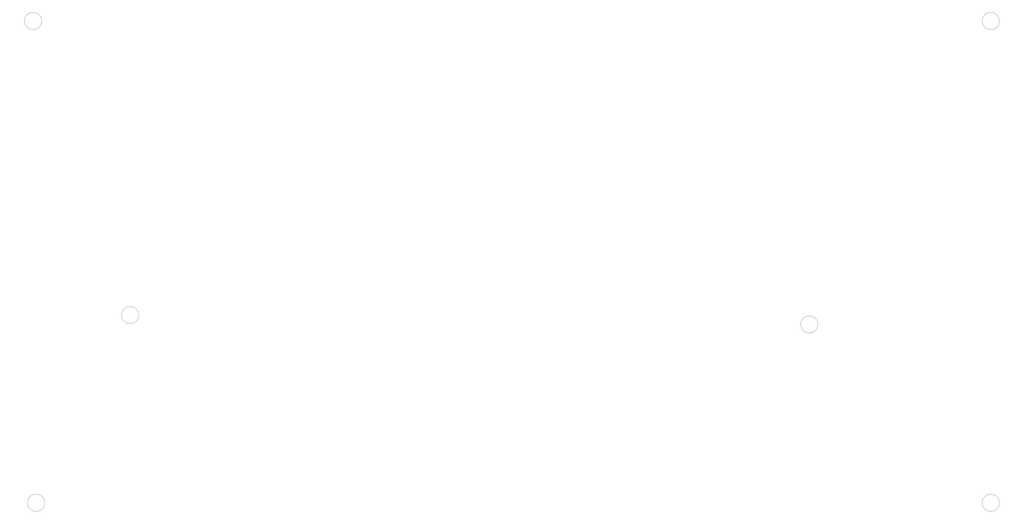
<source format=gbr>
G04 #@! TF.GenerationSoftware,KiCad,Pcbnew,(5.1.9-0-10_14)*
G04 #@! TF.CreationDate,2021-04-15T17:38:18+09:00*
G04 #@! TF.ProjectId,JupiterAdvanced,4a757069-7465-4724-9164-76616e636564,1*
G04 #@! TF.SameCoordinates,Original*
G04 #@! TF.FileFunction,Other,User*
%FSLAX46Y46*%
G04 Gerber Fmt 4.6, Leading zero omitted, Abs format (unit mm)*
G04 Created by KiCad (PCBNEW (5.1.9-0-10_14)) date 2021-04-15 17:38:18*
%MOMM*%
%LPD*%
G01*
G04 APERTURE LIST*
%ADD10C,0.050000*%
G04 APERTURE END LIST*
D10*
X315075000Y-182475000D02*
G75*
G03*
X315075000Y-182475000I-2750000J0D01*
G01*
X98075000Y-179475000D02*
G75*
G03*
X98075000Y-179475000I-2750000J0D01*
G01*
X68075000Y-239475000D02*
G75*
G03*
X68075000Y-239475000I-2750000J0D01*
G01*
X373075000Y-239475000D02*
G75*
G03*
X373075000Y-239475000I-2750000J0D01*
G01*
X373075000Y-85475000D02*
G75*
G03*
X373075000Y-85475000I-2750000J0D01*
G01*
X67075000Y-85475000D02*
G75*
G03*
X67075000Y-85475000I-2750000J0D01*
G01*
M02*

</source>
